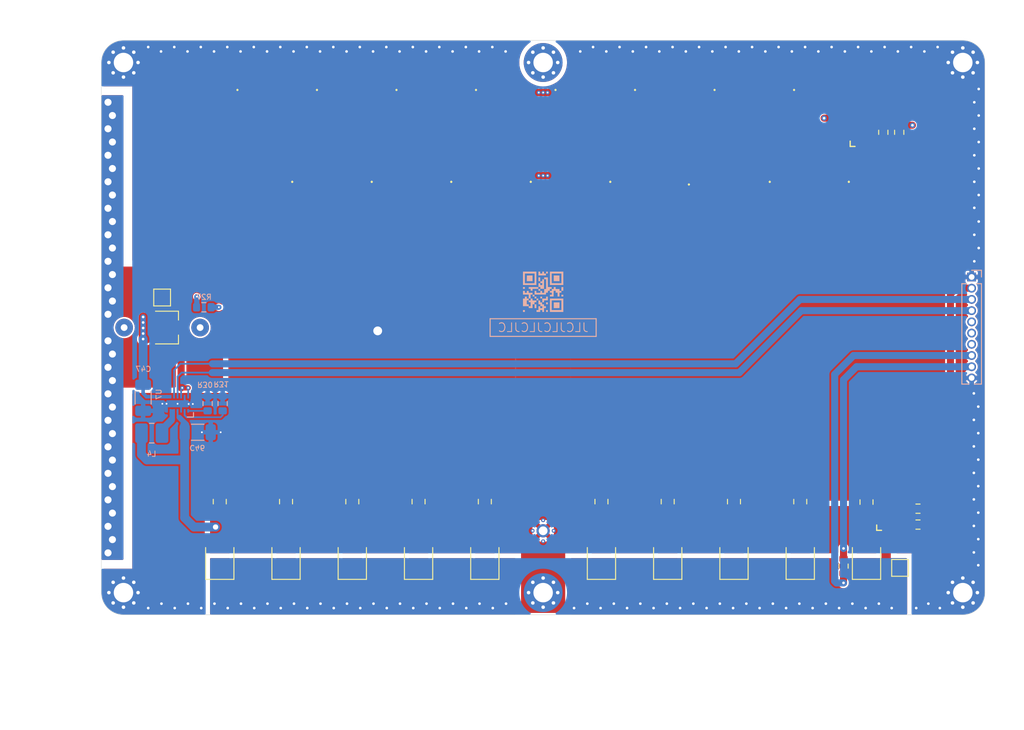
<source format=kicad_pcb>
(kicad_pcb (version 20210722) (generator pcbnew)
  (layers (0 "F.Cu" signal) (1 "In1.Cu" signal) (2 "In2.Cu" signal) (31 "B.Cu" signal) (34 "B.Paste" user) (35 "F.Paste" user) (36 "B.SilkS" user "B.Silkscreen") (37 "F.SilkS" user "F.Silkscreen") (38 "B.Mask" user) (39 "F.Mask" user) (44 "Edge.Cuts" user))
  (net 0 "")
  (net 1 "GND")
  (net 2 "+3V3")
  (net 3 "LS_SYS")
  (net 4 "Net-(C47-Pad2)")
  (net 5 "LS_WS_LDAT")
  (net 6 "WS_GNDBUS")
  (net 7 "Net-(D3-Pad1)")
  (net 8 "Net-(D4-Pad1)")
  (net 9 "Net-(D5-Pad1)")
  (net 10 "Net-(D6-Pad1)")
  (net 11 "Net-(D7-Pad1)")
  (net 12 "Net-(D8-Pad1)")
  (net 13 "Net-(D10-Pad3)")
  (net 14 "Net-(D10-Pad1)")
  (net 15 "Net-(D11-Pad1)")
  (net 16 "Net-(D12-Pad1)")
  (net 17 "Net-(D13-Pad1)")
  (net 18 "Net-(D14-Pad1)")
  (net 19 "Net-(D15-Pad1)")
  (net 20 "Net-(D16-Pad1)")
  (net 21 "Net-(D17-Pad1)")
  (net 22 "Net-(D35-Pad1)")
  (net 23 "LS_JS_LED_NTC")
  (net 24 "LS_XP_LED_NTC")
  (net 25 "LS_WS_POWER")
  (net 26 "LS_TORCH_EN")
  (net 27 "LS_FLASH_EN")
  (net 28 "LS_LED_PWM")
  (net 29 "Net-(L4-Pad2)")
  (net 30 "Net-(Q3-Pad3)")
  (net 31 "Net-(Q4-Pad3)")
  (net 32 "Net-(R30-Pad2)")
  (net 33 "Net-(R31-Pad2)")
  (net 34 "LS_PWM_PWR")
  (net 35 "PAD")
  (footprint "Resistor_SMD:R_0603_1608Metric" (layer "F.Cu") (at 243.7 37.2 -90)
    (fp_text reference "R25" hide)
    (fp_text value "1MΩ")
  )
  (footprint "lt_foots:LED_SK6812MINI" (layer "F.Cu") (at 200.7 39.7 180)
    (fp_text reference "D14" hide)
    (fp_text value "SK6812MINI")
  )
  (footprint "LED_SMD:LED_PLCC_2835" (layer "F.Cu") (at 241.8 85.6 90)
    (fp_text reference "D20" hide)
    (fp_text value "LED")
  )
  (footprint "lt_foots:LED_SK6812MINI" (layer "F.Cu") (at 236.7 39.7 180)
    (fp_text reference "D18" hide)
    (fp_text value "SK6812MINI")
  )
  (footprint "MountingHole:MountingHole_2.2mm_M2_Pad_Via" (layer "F.Cu") (at 252.7 29.3)
    (fp_text reference "H18" hide)
    (fp_text value "MountingHole_Pad")
  )
  (footprint "Capacitor_SMD:C_0805_2012Metric" (layer "F.Cu") (at 219.3 79 90)
    (fp_text reference "C31" hide)
    (fp_text value "10µF")
  )
  (footprint "LED_SMD:LED_PLCC_2835" (layer "F.Cu") (at 168.6 85.6 90)
    (fp_text reference "D27" hide)
    (fp_text value "LED")
  )
  (footprint "LED_SMD:LED_PLCC_2835" (layer "F.Cu") (at 211.8 85.6 90)
    (fp_text reference "D25" hide)
    (fp_text value "LED")
  )
  (footprint "Resistor_SMD:R_0603_1608Metric" (layer "F.Cu") (at 247.625 81.6 180)
    (fp_text reference "R28" hide)
    (fp_text value "1kΩ")
  )
  (footprint "lt_foots:LED_SK6812MINI" (layer "F.Cu") (at 182.7 34.7)
    (fp_text reference "D9" hide)
    (fp_text value "SK6812MINI")
  )
  (footprint "Resistor_SMD:R_0603_1608Metric" (layer "F.Cu") (at 247.625 79.8 180)
    (fp_text reference "R29" hide)
    (fp_text value "1MΩ")
  )
  (footprint "lt_foots:plated_hole_1mm" (layer "F.Cu") (at 205.2 82.3)
    (fp_text reference "H7" hide)
    (fp_text value "thole1" hide)
  )
  (footprint "Resistor_SMD:R_0603_1608Metric" (layer "F.Cu") (at 239.2 86.3 -90)
    (fp_text reference "R26" hide)
    (fp_text value "NTC 10 kΩ")
  )
  (footprint "lt_foots:LED_SK6812MINI" (layer "F.Cu") (at 209.7 34.7)
    (fp_text reference "D6" hide)
    (fp_text value "SK6812MINI")
  )
  (footprint "LED_SMD:LED_PLCC_2835" (layer "F.Cu") (at 234.3 85.6 90)
    (fp_text reference "D24" hide)
    (fp_text value "LED")
  )
  (footprint "MountingHole:MountingHole_2.2mm_M2_Pad_Via" (layer "F.Cu") (at 205.2 89.3)
    (fp_text reference "H16" hide)
    (fp_text value "MountingHole_Pad")
  )
  (footprint "LED_SMD:LED_PLCC_2835" (layer "F.Cu") (at 191.1 85.6 90)
    (fp_text reference "D26" hide)
    (fp_text value "LED")
  )
  (footprint "lt_foots:LOGO_CATLIGHT_TIGER" (layer "F.Cu") (at 221.55 59.625 180)
    (fp_text reference "G***" hide)
    (fp_text value "LOGO" hide)
  )
  (footprint "lt_foots:LED_SK6812MINI" (layer "F.Cu") (at 227.7 34.7)
    (fp_text reference "D4" hide)
    (fp_text value "SK6812MINI")
  )
  (footprint "Capacitor_SMD:C_0805_2012Metric" (layer "F.Cu") (at 226.8 79 90)
    (fp_text reference "C39" hide)
    (fp_text value "10µF")
  )
  (footprint "Capacitor_SMD:C_0805_2012Metric" (layer "F.Cu") (at 168.6 79 90)
    (fp_text reference "C36" hide)
    (fp_text value "10µF")
  )
  (footprint "lt_foots:LED_SK6812MINI" (layer "F.Cu") (at 173.7 39.7 180)
    (fp_text reference "D11" hide)
    (fp_text value "SK6812MINI")
  )
  (footprint "LED_SMD:LED_PLCC_2835" (layer "F.Cu") (at 226.8 85.6 90)
    (fp_text reference "D21" hide)
    (fp_text value "LED")
  )
  (footprint "Capacitor_SMD:C_0805_2012Metric" (layer "F.Cu") (at 183.6 79 90)
    (fp_text reference "C34" hide)
    (fp_text value "10µF")
  )
  (footprint "TestPoint:TestPoint_Pad_1.5x1.5mm" (layer "F.Cu") (at 162.075 55.9 180)
    (fp_text reference "TP10" hide)
    (fp_text value "TestPoint")
  )
  (footprint "TestPoint:TestPoint_Pad_1.5x1.5mm" (layer "F.Cu") (at 245.6 86.5)
    (fp_text reference "TP9" hide)
    (fp_text value "TestPoint")
  )
  (footprint "Capacitor_SMD:C_0805_2012Metric" (layer "F.Cu") (at 176.1 79 90)
    (fp_text reference "C38" hide)
    (fp_text value "10µF")
  )
  (footprint "lt_foots:U-DFN2020-6 (Type F)" (layer "F.Cu") (at 244.4 80.7)
    (fp_text reference "Q4" hide)
    (fp_text value "DMN2022-UFDF7")
  )
  (footprint "lt_foots:plated_hole_1mm" (layer "F.Cu") (at 186.475 59.675)
    (fp_text reference "H14" hide)
    (fp_text value "thole8" hide)
  )
  (footprint "lt_foots:LENS_LEDIL_C12491_siri_diff" (layer "F.Cu") (at 162.075 59.3 90)
    (fp_text reference "lense1" hide)
    (fp_text value "Lense_Mount")
  )
  (footprint "lt_foots:LED_SK6812MINI" (layer "F.Cu") (at 209.7 39.7 180)
    (fp_text reference "D15" hide)
    (fp_text value "SK6812MINI")
  )
  (footprint "Capacitor_SMD:C_0805_2012Metric" (layer "F.Cu") (at 198.6 79 90)
    (fp_text reference "C30" hide)
    (fp_text value "10µF")
  )
  (footprint "LED_SMD:LED_PLCC_2835" (layer "F.Cu") (at 219.3 85.6 90)
    (fp_text reference "D28" hide)
    (fp_text value "LED")
  )
  (footprint "LED_SMD:LED_PLCC_2835" (layer "F.Cu") (at 176.1 85.6 90)
    (fp_text reference "D22" hide)
    (fp_text value "LED")
  )
  (footprint "MountingHole:MountingHole_2.2mm_M2_Pad_Via" (layer "F.Cu") (at 252.7 89.3)
    (fp_text reference "H19" hide)
    (fp_text value "MountingHole_Pad")
  )
  (footprint "LED_SMD:LED_Cree-XHP35" (layer "F.Cu") (at 162.075 59.3 180)
    (fp_text reference "D35" hide)
    (fp_text value "LED_Cree_XPP")
  )
  (footprint "Capacitor_SMD:C_0805_2012Metric" (layer "F.Cu") (at 234.3 79 90)
    (fp_text reference "C37" hide)
    (fp_text value "10µF")
  )
  (footprint "lt_foots:LED_SK6812MINI" (layer "F.Cu") (at 182.7 39.7 180)
    (fp_text reference "D12" hide)
    (fp_text value "SK6812MINI")
  )
  (footprint "lt_foots:LED_SK6812MINI" (layer "F.Cu") (at 191.7 34.7)
    (fp_text reference "D8" hide)
    (fp_text value "SK6812MINI")
  )
  (footprint "LED_SMD:LED_PLCC_2835" (layer "F.Cu") (at 183.6 85.6 90)
    (fp_text reference "D19" hide)
    (fp_text value "LED")
  )
  (footprint "lt_foots:LED_SK6812MINI" (layer "F.Cu") (at 218.7 34.7)
    (fp_text reference "D5" hide)
    (fp_text value "SK6812MINI")
  )
  (footprint "Capacitor_SMD:C_0805_2012Metric" (layer "F.Cu") (at 211.8 79 90)
    (fp_text reference "C32" hide)
    (fp_text value "10µF")
  )
  (footprint "lt_foots:logo_catlightMK2_small" (layer "F.Cu") (at 164.384502 39.955405 90)
    (fp_text reference "logo10" hide)
    (fp_text value "logo_CATLIGHT" hide)
  )
  (footprint "lt_foots:LED_SK6812MINI" (layer "F.Cu") (at 236.7 34.7)
    (fp_text reference "D3" hide)
    (fp_text value "SK6812MINI")
  )
  (footprint "Resistor_SMD:R_0603_1608Metric" (layer "F.Cu") (at 245.5 37.2 90)
    (fp_text reference "R24" hide)
    (fp_text value "1kΩ")
  )
  (footprint "Capacitor_SMD:C_0805_2012Metric" (layer "F.Cu") (at 191.1 79 90)
    (fp_text reference "C33" hide)
    (fp_text value "10µF")
  )
  (footprint "lt_foots:logo_lightwarn_large" (layer "F.Cu") (at 183.475 59.3 90)
    (fp_text reference "logo9" hide)
    (fp_text value "logo_LWarn" hide)
  )
  (footprint "lt_foots:LED_SK6812MINI" (layer "F.Cu") (at 191.7 39.7 180)
    (fp_text reference "D13" hide)
    (fp_text value "SK6812MINI")
  )
  (footprint "lt_foots:U-DFN2020-6 (Type F)" (layer "F.Cu") (at 241.4 37.25)
    (fp_text reference "Q3" hide)
    (fp_text value "DMN2022-UFDF7")
  )
  (footprint "Capacitor_SMD:C_0805_2012Metric" (layer "F.Cu") (at 241.8 79.05 90)
    (fp_text reference "C35" hide)
    (fp_text value "10µF")
  )
  (footprint "lt_foots:LED_SK6812MINI" (layer "F.Cu") (at 218.7 39.7 180)
    (fp_text reference "D16" hide)
    (fp_text value "SK6812MINI")
  )
  (footprint "lt_foots:LED_SK6812MINI" (layer "F.Cu") (at 200.7 34.7)
    (fp_text reference "D7" hide)
    (fp_text value "SK6812MINI")
  )
  (footprint "MountingHole:MountingHole_2.2mm_M2_Pad_Via" (layer "F.Cu") (at 157.7 89.3)
    (fp_text reference "H20" hide)
    (fp_text value "MountingHole_Pad")
  )
  (footprint "lt_foots:LED_SK6812MINI" (layer "F.Cu") (at 173.7 34.7)
    (fp_text reference "D10" hide)
    (fp_text value "SK6812MINI")
  )
  (footprint "MountingHole:MountingHole_2.2mm_M2_Pad_Via" (layer "F.Cu") (at 157.7 29.3)
    (fp_text reference "H17" hide)
    (fp_text value "MountingHole_Pad")
  )
  (footprint "LED_SMD:LED_PLCC_2835" (layer "F.Cu") (at 198.6 85.6 90)
    (fp_text reference "D23" hide)
    (fp_text value "LED")
  )
  (footprint "MountingHole:MountingHole_2.2mm_M2_Pad_Via" (layer "F.Cu") (at 205.2 29.3)
    (fp_text reference "H15" hide)
    (fp_text value "MountingHole_Pad")
  )
  (footprint "lt_foots:LED_SK6812MINI" (layer "F.Cu") (at 227.75 39.7 180)
    (fp_text reference "D17" hide)
    (fp_text value "SK6812MINI")
  )
  (footprint "Capacitor_SMD:C_1206_3216Metric" (layer "B.Cu") (at 159.925 67.25 90)
    (fp_text reference "C47" hide)
    (fp_text value "10µF")
  )
  (footprint "Resistor_SMD:R_0603_1608Metric" (layer "B.Cu") (at 166.8 57 180)
    (fp_text reference "R27" hide)
    (fp_text value "NTC 10 kΩ")
  )
  (footprint "lt_foots:JLC-SERIAL" (layer "B.Cu") (at 205.2 59.3 180)
    (fp_text reference "logo5" hide)
    (fp_text value "logo_JLC")
  )
  (footprint "lt_foots:DFN-14-2x3mm" (layer "B.Cu") (at 163.825 67.925 180)
    (fp_text reference "U7" hide)
    (fp_text value "LDRV_DIO5180")
  )
  (footprint "lt_foots:logo_lisa_wonla_1" (layer "B.Cu") (at 181.5 42.4 90)
    (fp_text reference "G***" hide)
    (fp_text value "LOGO" hide)
  )
  (footprint "lt_foots:logo_QR_url_git_catlight" (layer "B.Cu") (at 205.2 73.275 180)
    (fp_text reference "logo1" hide)
    (fp_text value "logo_qrtag" hide)
  )
  (footprint "Connector_PinHeader_1.27mm:PinHeader_1x10_P1.27mm_Vertical" (layer "B.Cu") (at 253.7 53.575 180)
    (fp_text reference "J4" hide)
    (fp_text value "B2B_ledside")
  )
  (footprint "Resistor_SMD:R_0603_1608Metric" (layer "B.Cu") (at 168.925 67.9 -90)
    (fp_text reference "R31" hide)
    (fp_text value "12kΩ")
  )
  (footprint "Resistor_SMD:R_0603_1608Metric" (layer "B.Cu") (at 167.225 67.9 -90)
    (fp_text reference "R30" hide)
    (fp_text value "37.5kΩ")
  )
  (footprint "Inductor_SMD:L_1008_2520Metric_Pad1.43x2.20mm_HandSolder" (layer "B.Cu") (at 160.9 71.25)
    (fp_text reference "L4" hide)
    (fp_text value "1µH")
  )
  (footprint "Capacitor_SMD:C_1206_3216Metric" (layer "B.Cu") (at 166.1 71.15 180)
    (fp_text reference "C46" hide)
    (fp_text value "22µF")
  )
  (footprint "lt_foots:logo_JLC_QR_silk" (layer "B.Cu") (at 205.2 55.25 180)
    (fp_text reference "G***" hide)
    (fp_text value "LOGO" hide)
  )
  (footprint "lt_foots:LOGO_cc-by-nc-sa" (layer "B.Cu") (at 250 43 -90)
    (fp_text reference "G***" hide)
    (fp_text value "LOGO" hide)
  )
  (gr_line (start 155.2 29.3) (end 155.2 89.3) (layer "Edge.Cuts") (width 0.05))
  (gr_line (start 157.7 91.8) (end 252.7 91.8) (layer "Edge.Cuts") (width 0.05))
  (gr_line (start 255.2 89.3) (end 255.2 29.3) (layer "Edge.Cuts") (width 0.05))
  (gr_arc (start 157.7 29.3) (end 157.7 26.8) (angle -90) (layer "Edge.Cuts") (width 0.05))
  (gr_line (start 252.7 26.8) (end 157.7 26.8) (layer "Edge.Cuts") (width 0.05))
  (gr_arc (start 252.7 89.3) (end 252.7 91.8) (angle -90) (layer "Edge.Cuts") (width 0.05))
  (gr_arc (start 157.7 89.3) (end 155.2 89.3) (angle -90) (layer "Edge.Cuts") (width 0.05))
  (gr_arc (start 252.7 29.3) (end 255.2 29.3) (angle -90) (layer "Edge.Cuts") (width 0.05))
  (segment (start 242.051504 37.199888) (end 247.149888 37.199888) (width 0.2) (layer "F.Cu") (net 1))
  (segment (start 247.15 37.2) (end 253.6 37.2) (width 0.2) (layer "F.Cu") (net 1))
  (segment (start 243.7 36.375) (end 243.7 37.15) (width 0.2) (layer "F.Cu") (net 1))
  (segment (start 253.6 37.2) (end 254 36.8) (width 0.2) (layer "F.Cu") (net 1))
  (segment (start 247.149888 37.199888) (end 247.15 37.2) (width 0.2) (layer "F.Cu") (net 1))
  (via (at 175.45 27.55) (size 0.6) (drill 0.3) (layers "F.Cu" "B.Cu") (net 1))
  (via (at 254.45 68.25) (size 0.6) (drill 0.3) (layers "F.Cu" "B.Cu") (net 1))
  (via (at 254 48.8) (size 0.6) (drill 0.3) (layers "F.Cu" "B.Cu") (net 1))
  (via (at 254.5 50.3) (size 0.6) (drill 0.3) (layers "F.Cu" "B.Cu") (net 1))
  (via (at 162 90.55) (size 0.6) (drill 0.3) (layers "F.Cu" "B.Cu") (net 1))
  (via (at 209.4 28.05) (size 0.6) (drill 0.3) (layers "F.Cu" "B.Cu") (net 1))
  (via (at 253.95 75.75) (size 0.6) (drill 0.3) (layers "F.Cu" "B.Cu") (net 1))
  (via (at 253.95 84.75) (size 0.6) (drill 0.3) (layers "F.Cu" "B.Cu") (net 1))
  (via (at 243.85 27.55) (size 0.6) (drill 0.3) (layers "F.Cu" "B.Cu") (net 1))
  (via (at 227.35 28.05) (size 0.6) (drill 0.3) (layers "F.Cu" "B.Cu") (net 1))
  (via (at 236.35 28.05) (size 0.6) (drill 0.3) (layers "F.Cu" "B.Cu") (net 1))
  (via (at 253.95 78.75) (size 0.6) (drill 0.3) (layers "F.Cu" "B.Cu") (net 1))
  (via (at 242.35 28.05) (size 0.6) (drill 0.3) (layers "F.Cu" "B.Cu") (net 1))
  (via (at 170.95 28.05) (size 0.6) (drill 0.3) (layers "F.Cu" "B.Cu") (net 1))
  (via (at 225.85 27.55) (size 0.6) (drill 0.3) (layers "F.Cu" "B.Cu") (net 1))
  (via (at 167.95 28.05) (size 0.6) (drill 0.3) (layers "F.Cu" "B.Cu") (net 1))
  (via (at 162.575 67.925) (size 0.45) (drill 0.2) (layers "F.Cu" "B.Cu") (net 1))
  (via (at 164.95 28.05) (size 0.6) (drill 0.3) (layers "F.Cu" "B.Cu") (net 1))
  (via (at 254.5 35.3) (size 0.6) (drill 0.3) (layers "F.Cu" "B.Cu") (net 1))
  (via (at 197.95 28.05) (size 0.6) (drill 0.3) (layers "F.Cu" "B.Cu") (net 1))
  (via (at 230.35 28.05) (size 0.6) (drill 0.3) (layers "F.Cu" "B.Cu") (net 1))
  (via (at 228.85 27.55) (size 0.6) (drill 0.3) (layers "F.Cu" "B.Cu") (net 1))
  (via (at 253.95 69.75) (size 0.6) (drill 0.3) (layers "F.Cu" "B.Cu") (net 1))
  (via (at 188.95 28.05) (size 0.6) (drill 0.3) (layers "F.Cu" "B.Cu") (net 1))
  (via (at 187.45 27.55) (size 0.6) (drill 0.3) (layers "F.Cu" "B.Cu") (net 1))
  (via (at 254.5 38.3) (size 0.6) (drill 0.3) (layers "F.Cu" "B.Cu") (net 1))
  (via (at 254.5 41.3) (size 0.6) (drill 0.3) (layers "F.Cu" "B.Cu") (net 1))
  (via (at 163.45 27.55) (size 0.6) (drill 0.3) (layers "F.Cu" "B.Cu") (net 1))
  (via (at 190.45 27.55) (size 0.6) (drill 0.3) (layers "F.Cu" "B.Cu") (net 1))
  (via (at 245.35 28.05) (size 0.6) (drill 0.3) (layers "F.Cu" "B.Cu") (net 1))
  (via (at 196.45 27.55) (size 0.6) (drill 0.3) (layers "F.Cu" "B.Cu") (net 1))
  (via (at 254 45.75) (size 0.6) (drill 0.3) (layers "F.Cu" "B.Cu") (net 1))
  (via (at 163.5 91.05) (size 0.6) (drill 0.3) (layers "F.Cu" "B.Cu") (net 1))
  (via (at 168.7 71.15) (size 0.45) (drill 0.2) (layers "F.Cu" "B.Cu") (net 1))
  (via (at 254 33.8) (size 0.6) (drill 0.3) (layers "F.Cu" "B.Cu") (net 1))
  (via (at 254.45 86.2) (size 0.6) (drill 0.3) (layers "F.Cu" "B.Cu") (net 1))
  (via (at 200.95 28.05) (size 0.6) (drill 0.3) (layers "F.Cu" "B.Cu") (net 1))
  (via (at 212.35 28.05) (size 0.6) (drill 0.3) (layers "F.Cu" "B.Cu") (net 1))
  (via (at 213.85 27.55) (size 0.6) (drill 0.3) (layers "F.Cu" "B.Cu") (net 1))
  (via (at 160.5 27.55) (size 0.6) (drill 0.3) (layers "F.Cu" "B.Cu") (net 1))
  (via (at 234.85 27.55) (size 0.6) (drill 0.3) (layers "F.Cu" "B.Cu") (net 1))
  (via (at 166.45 27.55) (size 0.6) (drill 0.3) (layers "F.Cu" "B.Cu") (net 1))
  (via (at 253.95 72.75) (size 0.6) (drill 0.3) (layers "F.Cu" "B.Cu") (net 1))
  (via (at 181.45 27.55) (size 0.6) (drill 0.3) (layers "F.Cu" "B.Cu") (net 1))
  (via (at 248.35 28.05) (size 0.6) (drill 0.3) (layers "F.Cu" "B.Cu") (net 1))
  (via (at 254 51.8) (size 0.6) (drill 0.3) (layers "F.Cu" "B.Cu") (net 1))
  (via (at 166.575 71.15) (size 0.45) (drill 0.2) (layers "F.Cu" "B.Cu") (net 1))
  (via (at 254.5 44.3) (size 0.6) (drill 0.3) (layers "F.Cu" "B.Cu") (net 1))
  (via (at 254.45 77.25) (size 0.6) (drill 0.3) (layers "F.Cu" "B.Cu") (net 1))
  (via (at 162.1 67.925) (size 0.45) (drill 0.2) (layers "F.Cu" "B.Cu") (net 1))
  (via (at 224.35 28.05) (size 0.6) (drill 0.3) (layers "F.Cu" "B.Cu") (net 1))
  (via (at 215.35 28.05) (size 0.6) (drill 0.3) (layers "F.Cu" "B.Cu") (net 1))
  (via (at 254.45 80.25) (size 0.6) (drill 0.3) (layers "F.Cu" "B.Cu") (net 1))
  (via (at 231.85 27.55) (size 0.6) (drill 0.3) (layers "F.Cu" "B.Cu") (net 1))
  (via (at 254 36.8) (size 0.6) (drill 0.3) (layers "F.Cu" "B.Cu") (net 1))
  (via (at 199.45 27.55) (size 0.6) (drill 0.3) (layers "F.Cu" "B.Cu") (net 1))
  (via (at 250.1 91.05) (size 0.6) (drill 0.3) (layers "F.Cu" "B.Cu") (net 1))
  (via (at 246.85 27.55) (size 0.6) (drill 0.3) (layers "F.Cu" "B.Cu") (net 1))
  (via (at 254.5 47.3) (size 0.6) (drill 0.3) (layers "F.Cu" "B.Cu") (net 1))
  (via (at 182.95 28.05) (size 0.6) (drill 0.3) (layers "F.Cu" "B.Cu") (net 1))
  (via (at 178.45 27.55) (size 0.6) (drill 0.3) (layers "F.Cu" "B.Cu") (net 1))
  (via (at 169.45 27.55) (size 0.6) (drill 0.3) (layers "F.Cu" "B.Cu") (net 1))
  (via (at 254 42.8) (size 0.6) (drill 0.3) (layers "F.Cu" "B.Cu") (net 1))
  (via (at 172.45 27.55) (size 0.6) (drill 0.3) (layers "F.Cu" "B.Cu") (net 1))
  (via (at 233.35 28.05) (size 0.6) (drill 0.3) (layers "F.Cu" "B.Cu") (net 1))
  (via (at 165.55 67.95) (size 0.45) (drill 0.2) (layers "F.Cu" "B.Cu") (net 1))
  (via (at 179.95 28.05) (size 0.6) (drill 0.3) (layers "F.Cu" "B.Cu") (net 1))
  (via (at 194.95 28.05) (size 0.6) (drill 0.3) (layers "F.Cu" "B.Cu") (net 1))
  (via (at 254.45 83.25) (size 0.6) (drill 0.3) (layers "F.Cu" "B.Cu") (net 1))
  (via (at 176.95 28.05) (size 0.6) (drill 0.3) (layers "F.Cu" "B.Cu") (net 1))
  (via (at 240.85 27.55) (size 0.6) (drill 0.3) (layers "F.Cu" "B.Cu") (net 1))
  (via (at 165.075 67.95) (size 0.45) (drill 0.2) (layers "F.Cu" "B.Cu") (net 1))
  (via (at 254.45 71.25) (size 0.6) (drill 0.3) (layers "F.Cu" "B.Cu") (net 1))
  (via (at 248.8 90.55) (size 0.6) (drill 0.3) (layers "F.Cu" "B.Cu") (net 1))
  (via (at 210.85 27.55) (size 0.6) (drill 0.3) (layers "F.Cu" "B.Cu") (net 1))
  (via (at 254.5 32.3) (size 0.6) (drill 0.3) (layers "F.Cu" "B.Cu") (net 1))
  (via (at 219.85 27.55) (size 0.6) (drill 0.3) (layers "F.Cu" "B.Cu") (net 1))
  (via (at 239.35 28.05) (size 0.6) (drill 0.3) (layers "F.Cu" "B.Cu") (net 1))
  (via (at 173.95 28.05) (size 0.6) (drill 0.3) (layers "F.Cu" "B.Cu") (net 1))
  (via (at 249.85 27.55) (size 0.6) (drill 0.3) (layers "F.Cu" "B.Cu") (net 1))
  (via (at 237.85 27.55) (size 0.6) (drill 0.3) (layers "F.Cu" "B.Cu") (net 1))
  (via (at 218.35 28.05) (size 0.6) (drill 0.3) (layers "F.Cu" "B.Cu") (net 1))
  (via (at 216.85 27.55) (size 0.6) (drill 0.3) (layers "F.Cu" "B.Cu") (net 1))
  (via (at 166.5 91.05) (size 0.6) (drill 0.3) (layers "F.Cu" "B.Cu") (net 1))
  (via (at 254.45 74.25) (size 0.6) (drill 0.3) (layers "F.Cu" "B.Cu") (net 1))
  (via (at 184.45 27.55) (size 0.6) (drill 0.3) (layers "F.Cu" "B.Cu") (net 1))
  (via (at 253.95 81.75) (size 0.6) (drill 0.3) (layers "F.Cu" "B.Cu") (net 1))
  (via (at 221.35 28.05) (size 0.6) (drill 0.3) (layers "F.Cu" "B.Cu") (net 1))
  (via (at 160.5 91.05) (size 0.6) (drill 0.3) (layers "F.Cu" "B.Cu") (net 1))
  (via (at 253.95 66.75) (size 0.6) (drill 0.3) (layers "F.Cu" "B.Cu") (net 1))
  (via (at 222.85 27.55) (size 0.6) (drill 0.3) (layers "F.Cu" "B.Cu") (net 1))
  (via (at 254 39.8) (size 0.6) (drill 0.3) (layers "F.Cu" "B.Cu") (net 1))
  (via (at 191.95 28.05) (size 0.6) (drill 0.3) (layers "F.Cu" "B.Cu") (net 1))
  (via (at 247.425 91.05) (size 0.6) (drill 0.3) (layers "F.Cu" "B.Cu") (net 1))
  (via (at 185.95 28.05) (size 0.6) (drill 0.3) (layers "F.Cu" "B.Cu") (net 1))
  (via (at 163.825 67.925) (size 0.45) (drill 0.2) (layers "F.Cu" "B.Cu") (net 1))
  (via (at 165 90.55) (size 0.6) (drill 0.3) (layers "F.Cu" "B.Cu") (net 1))
  (via (at 161.95 28.05) (size 0.6) (drill 0.3) (layers "F.Cu" "B.Cu") (net 1))
  (via (at 193.45 27.55) (size 0.6) (drill 0.3) (layers "F.Cu" "B.Cu") (net 1))
  (segment (start 162.525 68.725) (end 162.525 68.225978) (width 0.4) (layer "B.Cu") (net 1))
  (segment (start 164.625 67.5) (end 164.625 67.125) (width 0.2) (layer "B.Cu") (net 1))
  (segment (start 164.225 68.725) (end 164.225 68.325) (width 0.2) (layer "B.Cu") (net 1))
  (segment (start 165.075 67.95) (end 164.625 67.5) (width 0.2) (layer "B.Cu") (net 1))
  (segment (start 239.2 84.3) (end 239.2 85.475) (width 0.8) (layer "F.Cu") (net 2))
  (via (at 239.2 84.3) (size 0.6) (drill 0.3) (layers "F.Cu" "B.Cu") (net 2))
  (via (at 168.5 57) (size 0.45) (drill 0.2) (layers "F.Cu" "B.Cu") (net 2))
  (segment (start 239.2 65.2) (end 239.2 84.3) (width 0.8) (layer "B.Cu") (net 2))
  (segment (start 168.5 57) (end 167.625 57) (width 0.6) (layer "B.Cu") (net 2))
  (segment (start 253.7 63.735) (end 240.665 63.735) (width 0.8) (layer "B.Cu") (net 2))
  (segment (start 240.665 63.735) (end 239.2 65.2) (width 0.8) (layer "B.Cu") (net 2))
  (segment (start 234.95 41.55) (end 234.95 40.575) (width 0.8) (layer "F.Cu") (net 3))
  (segment (start 171.95 41.9) (end 172.15 42.1) (width 0.8) (layer "F.Cu") (net 3))
  (segment (start 238.2 32.7) (end 205.7 32.7) (width 0.8) (layer "F.Cu") (net 3))
  (segment (start 205.2 32.7) (end 204.7 32.7) (width 0.8) (layer "F.Cu") (net 3))
  (segment (start 198.95 40.575) (end 198.95 41.9) (width 0.8) (layer "F.Cu") (net 3))
  (segment (start 234.4 42.1) (end 234.95 41.55) (width 0.8) (layer "F.Cu") (net 3))
  (segment (start 204.7 32.7) (end 175.65 32.7) (width 0.8) (layer "F.Cu") (net 3))
  (segment (start 202.45 33.825) (end 202.45 32.8) (width 0.8) (layer "F.Cu") (net 3))
  (segment (start 226 40.575) (end 226 41.9) (width 0.8) (layer "F.Cu") (net 3))
  (segment (start 205.2 42.1) (end 205.7 42.1) (width 0.8) (layer "F.Cu") (net 3))
  (segment (start 205.7 32.7) (end 205.2 32.7) (width 0.8) (layer "F.Cu") (net 3))
  (segment (start 189.95 40.575) (end 189.95 41.9) (width 0.8) (layer "F.Cu") (net 3))
  (segment (start 184.45 33.825) (end 184.45 32.8) (width 0.8) (layer "F.Cu") (net 3))
  (segment (start 175.65 32.7) (end 175.45 32.9) (width 0.8) (layer "F.Cu") (net 3))
  (segment (start 211.45 33.825) (end 211.45 32.8) (width 0.8) (layer "F.Cu") (net 3))
  (segment (start 205.7 42.1) (end 234.4 42.1) (width 0.8) (layer "F.Cu") (net 3))
  (segment (start 238.45 33.825) (end 238.45 32.95) (width 0.8) (layer "F.Cu") (net 3))
  (segment (start 172.15 42.1) (end 204.7 42.1) (width 0.8) (layer "F.Cu") (net 3))
  (segment (start 238.45 32.95) (end 238.2 32.7) (width 0.8) (layer "F.Cu") (net 3))
  (segment (start 229.45 33.825) (end 229.45 32.9) (width 0.8) (layer "F.Cu") (net 3))
  (segment (start 171.95 40.575) (end 171.95 41.9) (width 0.8) (layer "F.Cu") (net 3))
  (segment (start 204.7 42.1) (end 205.2 42.1) (width 0.8) (layer "F.Cu") (net 3))
  (segment (start 175.45 33.825) (end 175.45 32.9) (width 0.8) (layer "F.Cu") (net 3))
  (segment (start 216.95 40.575) (end 216.95 42) (width 0.8) (layer "F.Cu") (net 3))
  (segment (start 193.45 33.825) (end 193.45 32.9) (width 0.8) (layer "F.Cu") (net 3))
  (segment (start 207.95 40.575) (end 207.95 41.9) (width 0.8) (layer "F.Cu") (net 3))
  (segment (start 180.95 40.575) (end 180.95 41.9) (width 0.8) (layer "F.Cu") (net 3))
  (segment (start 220.45 33.825) (end 220.45 32.8) (width 0.8) (layer "F.Cu") (net 3))
  (via (at 205.7 32.7) (size 0.45) (drill 0.2) (layers "F.Cu" "B.Cu") (net 3))
  (via (at 205.2 32.7) (size 0.45) (drill 0.2) (layers "F.Cu" "B.Cu") (net 3))
  (via (at 205.7 42.1) (size 0.45) (drill 0.2) (layers "F.Cu" "B.Cu") (net 3))
  (via (at 204 82.3) (size 0.45) (drill 0.2) (layers "F.Cu" "B.Cu") (net 3))
  (via (at 205.2 83.5) (size 0.45) (drill 0.2) (layers "F.Cu" "B.Cu") (net 3))
  (via (at 204.7 42.1) (size 0.45) (drill 0.2) (layers "F.Cu" "B.Cu") (net 3))
  (via (at 205.2 81.1) (size 0.45) (drill 0.2) (layers "F.Cu" "B.Cu") (net 3))
  (via (at 168.125 81.875) (size 1) (drill 0.6) (layers "F.Cu" "B.Cu") (net 3))
  (via (at 206.4 82.3) (size 0.45) (drill 0.2) (layers "F.Cu" "B.Cu") (net 3))
  (via (at 205.2 42.1) (size 0.45) (drill 0.2) (layers "F.Cu" "B.Cu") (net 3))
  (via (at 204.7 32.7) (size 0.45) (drill 0.2) (layers "F.Cu" "B.Cu") (net 3))
  (segment (start 164.625 70.35) (end 164.625 71.15) (width 1) (layer "B.Cu") (net 3))
  (segment (start 165.675 81.875) (end 168.125 81.875) (width 1) (layer "B.Cu") (net 3))
  (segment (start 159.7375 73.6625) (end 160.35 74.275) (width 1) (layer "B.Cu") (net 3))
  (segment (start 159.7375 71.25) (end 159.7375 73.6625) (width 1) (layer "B.Cu") (net 3))
  (segment (start 160.35 74.275) (end 164.35 74.275) (width 1) (layer "B.Cu") (net 3))
  (segment (start 164.625 80.825) (end 165.675 81.875) (width 1) (layer "B.Cu") (net 3))
  (segment (start 164.025 69.475) (end 164.825 70.275) (width 0.6) (layer "B.Cu") (net 3))
  (segment (start 163.825 68.725) (end 163.825 69.5) (width 0.2) (layer "B.Cu") (net 3))
  (segment (start 164.625 71.15) (end 164.625 80.825) (width 1) (layer "B.Cu") (net 3))
  (segment (start 159.925 58.1) (end 159.925 60.6) (width 1) (layer "F.Cu") (net 4))
  (segment (start 160.3 58.1) (end 160.3 60.6) (width 1) (layer "F.Cu") (net 4))
  (via (at 159.925 59.35) (size 0.6) (drill 0.3) (layers "F.Cu" "B.Cu") (net 4))
  (via (at 159.925 60.6) (size 0.6) (drill 0.3) (layers "F.Cu" "B.Cu") (net 4))
  (via (at 159.925 58.725) (size 0.6) (drill 0.3) (layers "F.Cu" "B.Cu") (net 4))
  (via (at 159.925 59.975) (size 0.6) (drill 0.3) (layers "F.Cu" "B.Cu") (net 4))
  (via (at 159.925 58.1) (size 0.6) (drill 0.3) (layers "F.Cu" "B.Cu") (net 4))
  (segment (start 159.925 58.1125) (end 159.925 63.2875) (width 0.6) (layer "B.Cu") (net 4))
  (segment (start 159.925 60.6) (end 159.925 65.775) (width 1) (layer "B.Cu") (net 4))
  (segment (start 160.3 67.125) (end 159.925 66.75) (width 0.4) (layer "B.Cu") (net 4))
  (segment (start 162.925 67.125) (end 160.3 67.125) (width 0.4) (layer "B.Cu") (net 4))
  (segment (start 159.925 66.75) (end 159.925 65.775) (width 0.4) (layer "B.Cu") (net 4))
  (segment (start 237 35.6) (end 238.425 35.6) (width 0.8) (layer "F.Cu") (net 5))
  (segment (start 238.425 35.6) (end 238.45 35.575) (width 0.8) (layer "F.Cu") (net 5))
  (via (at 237 35.6) (size 0.6) (drill 0.3) (layers "F.Cu" "B.Cu") (net 5))
  (segment (start 207.95 35.575) (end 207.95 37) (width 0.8) (layer "F.Cu") (net 6))
  (segment (start 234.95 35.575) (end 234.95 37) (width 0.8) (layer "F.Cu") (net 6))
  (segment (start 193.45 37.35) (end 193.299888 37.199888) (width 0.8) (layer "F.Cu") (net 6))
  (segment (start 180.95 35.575) (end 180.95 37.149776) (width 0.8) (layer "F.Cu") (net 6))
  (segment (start 216.95 35.575) (end 216.95 37) (width 0.8) (layer "F.Cu") (net 6))
  (segment (start 199.000112 37.199888) (end 193.299888 37.199888) (width 0.8) (layer "F.Cu") (net 6))
  (segment (start 189.95 35.575) (end 189.95 37) (width 0.8) (layer "F.Cu") (net 6))
  (segment (start 240.701504 36.249888) (end 240.701504 36.849888) (width 0.2) (layer "F.Cu") (net 6))
  (segment (start 241 37.199888) (end 199.000112 37.199888) (width 0.8) (layer "F.Cu") (net 6))
  (segment (start 184.399888 37.199888) (end 181.000112 37.199888) (width 0.8) (layer "F.Cu") (net 6))
  (segment (start 184.45 38.825) (end 184.45 37.25) (width 0.8) (layer "F.Cu") (net 6))
  (segment (start 198.95 37.149776) (end 199.000112 37.199888) (width 0.8) (layer "F.Cu") (net 6))
  (segment (start 189.95 37) (end 190.149888 37.199888) (width 0.8) (layer "F.Cu") (net 6))
  (segment (start 193.299888 37.199888) (end 190.149888 37.199888) (width 0.8) (layer "F.Cu") (net 6))
  (segment (start 229.5 38.825) (end 229.5 37.35) (width 0.8) (layer "F.Cu") (net 6))
  (segment (start 241.351504 36.249888) (end 240.701504 36.249888) (width 0.2) (layer "F.Cu") (net 6))
  (segment (start 225.95 35.575) (end 225.95 37.05) (width 0.8) (layer "F.Cu") (net 6))
  (segment (start 202.45 38.825) (end 202.45 37.35) (width 0.8) (layer "F.Cu") (net 6))
  (segment (start 240.701504 38.149888) (end 240.701504 37.549888) (width 0.2) (layer "F.Cu") (net 6))
  (segment (start 175.650112 37.199888) (end 172.199888 37.199888) (width 0.8) (layer "F.Cu") (net 6))
  (segment (start 241.351504 38.149888) (end 240.701504 38.149888) (width 0.2) (layer "F.Cu") (net 6))
  (segment (start 240.701504 36.849888) (end 241.051504 37.199888) (width 0.2) (layer "F.Cu") (net 6))
  (segment (start 220.45 38.825) (end 220.45 37.35) (width 0.8) (layer "F.Cu") (net 6))
  (segment (start 172.199888 37.199888) (end 171.95 36.95) (width 0.8) (layer "F.Cu") (net 6))
  (segment (start 238.45 38.825) (end 238.45 37.3) (width 0.8) (layer "F.Cu") (net 6))
  (segment (start 175.45 37.4) (end 175.650112 37.199888) (width 0.8) (layer "F.Cu") (net 6))
  (segment (start 193.45 38.825) (end 193.45 37.35) (width 0.8) (layer "F.Cu") (net 6))
  (segment (start 175.45 38.825) (end 175.45 37.4) (width 0.8) (layer "F.Cu") (net 6))
  (segment (start 171.95 36.95) (end 171.95 35.575) (width 0.8) (layer "F.Cu") (net 6))
  (segment (start 180.95 37.149776) (end 181.000112 37.199888) (width 0.8) (layer "F.Cu") (net 6))
  (segment (start 240.701504 37.549888) (end 241.051504 37.199888) (width 0.2) (layer "F.Cu") (net 6))
  (segment (start 241.351504 36.249888) (end 241.351504 38.149888) (width 0.2) (layer "F.Cu") (net 6))
  (segment (start 190.149888 37.199888) (end 184.399888 37.199888) (width 0.8) (layer "F.Cu") (net 6))
  (segment (start 181.000112 37.199888) (end 175.650112 37.199888) (width 0.8) (layer "F.Cu") (net 6))
  (segment (start 184.45 37.25) (end 184.399888 37.199888) (width 0.8) (layer "F.Cu") (net 6))
  (segment (start 211.45 38.825) (end 211.45 37.4) (width 0.8) (layer "F.Cu") (net 6))
  (segment (start 198.95 35.575) (end 198.95 37.149776) (width 0.8) (layer "F.Cu") (net 6))
  (segment (start 232.975 33.8) (end 234.95 33.8) (width 0.8) (layer "F.Cu") (net 7))
  (segment (start 231.225 35.55) (end 232.975 33.8) (width 0.8) (layer "F.Cu") (net 7))
  (segment (start 229.45 35.55) (end 231.225 35.55) (width 0.8) (layer "F.Cu") (net 7))
  (segment (start 223.975 33.8) (end 225.95 33.8) (width 0.8) (layer "F.Cu") (net 8))
  (segment (start 222.225 35.55) (end 223.975 33.8) (width 0.8) (layer "F.Cu") (net 8))
  (segment (start 220.45 35.55) (end 222.225 35.55) (width 0.8) (layer "F.Cu") (net 8))
  (segment (start 213.225 35.55) (end 214.975 33.8) (width 0.8) (layer "F.Cu") (net 9))
  (segment (start 214.975 33.8) (end 216.95 33.8) (width 0.8) (layer "F.Cu") (net 9))
  (segment (start 211.45 35.55) (end 213.225 35.55) (width 0.8) (layer "F.Cu") (net 9))
  (segment (start 204.225 35.55) (end 205.975 33.8) (width 0.8) (layer "F.Cu") (net 10))
  (segment (start 202.45 35.55) (end 204.225 35.55) (width 0.8) (layer "F.Cu") (net 10))
  (segment (start 205.975 33.8) (end 207.95 33.8) (width 0.8) (layer "F.Cu") (net 10))
  (segment (start 196.975 33.8) (end 198.95 33.8) (width 0.8) (layer "F.Cu") (net 11))
  (segment (start 195.225 35.55) (end 196.975 33.8) (width 0.8) (layer "F.Cu") (net 11))
  (segment (start 193.45 35.55) (end 195.225 35.55) (width 0.8) (layer "F.Cu") (net 11))
  (segment (start 184.35 35.55) (end 186.125 35.55) (width 0.8) (layer "F.Cu") (net 12))
  (segment (start 186.125 35.55) (end 187.875 33.8) (width 0.8) (layer "F.Cu") (net 12))
  (segment (start 187.875 33.8) (end 189.85 33.8) (width 0.8) (layer "F.Cu") (net 12))
  (segment (start 178.975 33.825) (end 180.95 33.825) (width 0.8) (layer "F.Cu") (net 13))
  (segment (start 177.225 35.575) (end 178.975 33.825) (width 0.8) (layer "F.Cu") (net 13))
  (segment (start 175.45 35.575) (end 177.225 35.575) (width 0.8) (layer "F.Cu") (net 13))
  (segment (start 170.39952 38.4) (end 170.82452 38.825) (width 0.8) (layer "F.Cu") (net 14))
  (segment (start 170.39952 34.25048) (end 170.39952 38.4) (width 0.8) (layer "F.Cu") (net 14))
  (segment (start 170.825 33.825) (end 170.39952 34.25048) (width 0.8) (layer "F.Cu") (net 14))
  (segment (start 171.95 33.825) (end 170.825 33.825) (width 0.8) (layer "F.Cu") (net 14))
  (segment (start 170.82452 38.825) (end 171.95 38.825) (width 0.8) (layer "F.Cu") (net 14))
  (segment (start 177.4 40.55) (end 179.15 38.8) (width 0.8) (layer "F.Cu") (net 15))
  (segment (start 175.625 40.55) (end 177.4 40.55) (width 0.8) (layer "F.Cu") (net 15))
  (segment (start 179.15 38.8) (end 181.125 38.8) (width 0.8) (layer "F.Cu") (net 15))
  (segment (start 187.975 38.8) (end 189.95 38.8) (width 0.8) (layer "F.Cu") (net 16))
  (segment (start 186.225 40.55) (end 187.975 38.8) (width 0.8) (layer "F.Cu") (net 16))
  (segment (start 184.45 40.55) (end 186.225 40.55) (width 0.8) (layer "F.Cu") (net 16))
  (segment (start 196.975 38.8) (end 198.95 38.8) (width 0.8) (layer "F.Cu") (net 17))
  (segment (start 195.225 40.55) (end 196.975 38.8) (width 0.8) (layer "F.Cu") (net 17))
  (segment (start 193.45 40.55) (end 195.225 40.55) (width 0.8) (layer "F.Cu") (net 17))
  (segment (start 204.175 40.55) (end 205.925 38.8) (width 0.8) (layer "F.Cu") (net 18))
  (segment (start 202.4 40.55) (end 204.175 40.55) (width 0.8) (layer "F.Cu") (net 18))
  (segment (start 205.925 38.8) (end 207.9 38.8) (width 0.8) (layer "F.Cu") (net 18))
  (segment (start 213.175 40.55) (end 214.925 38.8) (width 0.8) (layer "F.Cu") (net 19))
  (segment (start 214.925 38.8) (end 216.9 38.8) (width 0.8) (layer "F.Cu") (net 19))
  (segment (start 211.4 40.55) (end 213.175 40.55) (width 0.8) (layer "F.Cu") (net 19))
  (segment (start 224.025 38.8) (end 226 38.8) (width 0.8) (layer "F.Cu") (net 20))
  (segment (start 222.275 40.55) (end 224.025 38.8) (width 0.8) (layer "F.Cu") (net 20))
  (segment (start 220.5 40.55) (end 222.275 40.55) (width 0.8) (layer "F.Cu") (net 20))
  (segment (start 229.45 40.55) (end 231.225 40.55) (width 0.8) (layer "F.Cu") (net 21))
  (segment (start 232.975 38.8) (end 234.95 38.8) (width 0.8) (layer "F.Cu") (net 21))
  (segment (start 231.225 40.55) (end 232.975 38.8) (width 0.8) (layer "F.Cu") (net 21))
  (segment (start 163.725 58.075) (end 163.725 60.575) (width 1) (layer "F.Cu") (net 22))
  (segment (start 164.225 66.125) (end 165.025 66.125) (width 0.6) (layer "F.Cu") (net 22))
  (segment (start 164.025 58.075) (end 164.025 60.575) (width 1) (layer "F.Cu") (net 22))
  (segment (start 164.225 66.125) (end 164.225 58.1) (width 0.8) (layer "F.Cu") (net 22))
  (via (at 165.025 66.125) (size 0.45) (drill 0.2) (layers "F.Cu" "B.Cu") (net 22))
  (via (at 164.35 66.125) (size 0.45) (drill 0.2) (layers "F.Cu" "B.Cu") (net 22))
  (segment (start 165.025 67.125) (end 165.025 66.125) (width 0.2) (layer "B.Cu") (net 22))
  (segment (start 164.225 67.125) (end 164.225 66.125) (width 0.2) (layer "B.Cu") (net 22))
  (segment (start 239.2 87.125) (end 239.2 88.2) (width 0.8) (layer "F.Cu") (net 23))
  (via (at 239.2 88.2) (size 0.6) (drill 0.3) (layers "F.Cu" "B.Cu") (net 23))
  (segment (start 238.2 64.6) (end 240.335 62.465) (width 0.8) (layer "B.Cu") (net 23))
  (segment (start 239.2 88.2) (end 238.4 88.2) (width 0.8) (layer "B.Cu") (net 23))
  (segment (start 238.2 88) (end 238.2 64.6) (width 0.8) (layer "B.Cu") (net 23))
  (segment (start 238.4 88.2) (end 238.2 88) (width 0.8) (layer "B.Cu") (net 23))
  (segment (start 240.335 62.465) (end 253.7 62.465) (width 0.8) (layer "B.Cu") (net 23))
  (via (at 166 55.8) (size 0.45) (drill 0.2) (layers "F.Cu" "B.Cu") (net 24))
  (segment (start 166 56.975) (end 165.975 57) (width 0.6) (layer "B.Cu") (net 24))
  (segment (start 166 55.8) (end 166 56.975) (width 0.6) (layer "B.Cu") (net 24))
  (segment (start 245.525 36.4) (end 245.5 36.375) (width 0.8) (layer "F.Cu") (net 25))
  (segment (start 247 36.4) (end 245.525 36.4) (width 0.8) (layer "F.Cu") (net 25))
  (via (at 247 36.4) (size 0.6) (drill 0.3) (layers "F.Cu" "B.Cu") (net 25))
  (segment (start 163.825 64.85) (end 164.275 64.4) (width 0.2) (layer "B.Cu") (net 26))
  (segment (start 167.75 64.4) (end 227.4 64.4) (width 0.8) (layer "B.Cu") (net 26))
  (segment (start 163.825 67.125) (end 163.825 64.85) (width 0.2) (layer "B.Cu") (net 26))
  (segment (start 227.4 64.4) (end 234.415 57.385) (width 0.8) (layer "B.Cu") (net 26))
  (segment (start 234.415 57.385) (end 253.7 57.385) (width 0.8) (layer "B.Cu") (net 26))
  (segment (start 164.275 64.4) (end 167.75 64.4) (width 0.2) (layer "B.Cu") (net 26))
  (segment (start 167.775 63.4) (end 226.986466 63.4) (width 0.8) (layer "B.Cu") (net 27))
  (segment (start 163.425 64.125) (end 163.425 67.125) (width 0.2) (layer "B.Cu") (net 27))
  (segment (start 167.775 63.4) (end 164.15 63.4) (width 0.2) (layer "B.Cu") (net 27))
  (segment (start 234.271466 56.115) (end 253.7 56.115) (width 0.8) (layer "B.Cu") (net 27))
  (segment (start 164.15 63.4) (end 163.425 64.125) (width 0.2) (layer "B.Cu") (net 27))
  (segment (start 226.986466 63.4) (end 234.271466 56.115) (width 0.8) (layer "B.Cu") (net 27))
  (segment (start 251.3 55.5) (end 251.3 80.9) (width 0.8) (layer "F.Cu") (net 28))
  (segment (start 251.955 54.845) (end 251.3 55.5) (width 0.8) (layer "F.Cu") (net 28))
  (segment (start 250.6 81.6) (end 248.45 81.6) (width 0.8) (layer "F.Cu") (net 28))
  (segment (start 253.7 54.845) (end 251.955 54.845) (width 0.8) (layer "F.Cu") (net 28))
  (segment (start 251.3 80.9) (end 250.6 81.6) (width 0.8) (layer "F.Cu") (net 28))
  (segment (start 162.05 70.575) (end 162.05 71.2375) (width 0.2) (layer "B.Cu") (net 29))
  (segment (start 163.225 68.85) (end 163.225 69.6875) (width 0.6) (layer "B.Cu") (net 29))
  (segment (start 163.1125 69.7875) (end 162.1375 70.7625) (width 0.8) (layer "B.Cu") (net 29))
  (segment (start 162.05 71.2375) (end 162.0625 71.25) (width 0.2) (layer "B.Cu") (net 29))
  (segment (start 243.575112 38.149888) (end 243.7 38.025) (width 0.2) (layer "F.Cu") (net 30))
  (segment (start 242.001504 38.149888) (end 243.575112 38.149888) (width 0.4) (layer "F.Cu") (net 30))
  (segment (start 243.7 38.025) (end 245.5 38.025) (width 0.4) (layer "F.Cu") (net 30))
  (segment (start 246.8 81.6) (end 246.8 79.8) (width 0.4) (layer "F.Cu") (net 31))
  (segment (start 245.063196 81.6) (end 246.736804 81.6) (width 0.4) (layer "F.Cu") (net 31))
  (segment (start 165.025 68.725) (end 167.225 68.725) (width 0.2) (layer "B.Cu") (net 32))
  (segment (start 168.925 69.225) (end 168.925 68.725) (width 0.2) (layer "B.Cu") (net 33))
  (segment (start 168.7 69.45) (end 168.925 69.225) (width 0.2) (layer "B.Cu") (net 33))
  (segment (start 164.625 68.725) (end 164.625 69.225) (width 0.2) (layer "B.Cu") (net 33))
  (segment (start 164.85 69.45) (end 168.7 69.45) (width 0.2) (layer "B.Cu") (net 33))
  (segment (start 164.625 69.225) (end 164.85 69.45) (width 0.2) (layer "B.Cu") (net 33))
  (via (at 225.2 90.55) (size 0.6) (drill 0.3) (layers "F.Cu" "B.Cu") (net 34))
  (via (at 201 90.55) (size 0.6) (drill 0.3) (layers "F.Cu" "B.Cu") (net 34))
  (via (at 238.7 91.05) (size 0.6) (drill 0.3) (layers "F.Cu" "B.Cu") (net 34))
  (via (at 234.2 90.55) (size 0.6) (drill 0.3) (layers "F.Cu" "B.Cu") (net 34))
  (via (at 196.5 91.05) (size 0.6) (drill 0.3) (layers "F.Cu" "B.Cu") (net 34))
  (via (at 177 90.55) (size 0.6) (drill 0.3) (layers "F.Cu" "B.Cu") (net 34))
  (via (at 192 90.55) (size 0.6) (drill 0.3) (layers "F.Cu" "B.Cu") (net 34))
  (via (at 214.7 91.05) (size 0.6) (drill 0.3) (layers "F.Cu" "B.Cu") (net 34))
  (via (at 211.7 91.05) (size 0.6) (drill 0.3) (layers "F.Cu" "B.Cu") (net 34))
  (via (at 228.2 90.55) (size 0.6) (drill 0.3) (layers "F.Cu" "B.Cu") (net 34))
  (via (at 223.7 91.05) (size 0.6) (drill 0.3) (layers "F.Cu" "B.Cu") (net 34))
  (via (at 208.7 91.05) (size 0.6) (drill 0.3) (layers "F.Cu" "B.Cu") (net 34))
  (via (at 231.2 90.55) (size 0.6) (drill 0.3) (layers "F.Cu" "B.Cu") (net 34))
  (via (at 183 90.55) (size 0.6) (drill 0.3) (layers "F.Cu" "B.Cu") (net 34))
  (via (at 181.5 91.05) (size 0.6) (drill 0.3) (layers "F.Cu" "B.Cu") (net 34))
  (via (at 174 90.55) (size 0.6) (drill 0.3) (layers "F.Cu" "B.Cu") (net 34))
  (via (at 222.2 90.55) (size 0.6) (drill 0.3) (layers "F.Cu" "B.Cu") (net 34))
  (via (at 235.7 91.05) (size 0.6) (drill 0.3) (layers "F.Cu" "B.Cu") (net 34))
  (via (at 190.5 91.05) (size 0.6) (drill 0.3) (layers "F.Cu" "B.Cu") (net 34))
  (via (at 189 90.55) (size 0.6) (drill 0.3) (layers "F.Cu" "B.Cu") (net 34))
  (via (at 195 90.55) (size 0.6) (drill 0.3) (layers "F.Cu" "B.Cu") (net 34))
  (via (at 232.7 91.05) (size 0.6) (drill 0.3) (layers "F.Cu" "B.Cu") (net 34))
  (via (at 169.5 91.05) (size 0.6) (drill 0.3) (layers "F.Cu" "B.Cu") (net 34))
  (via (at 237.2 90.55) (size 0.6) (drill 0.3) (layers "F.Cu" "B.Cu") (net 34))
  (via (at 180 90.55) (size 0.6) (drill 0.3) (layers "F.Cu" "B.Cu") (net 34))
  (via (at 199.5 91.05) (size 0.6) (drill 0.3) (layers "F.Cu" "B.Cu") (net 34))
  (via (at 172.5 91.05) (size 0.6) (drill 0.3) (layers "F.Cu" "B.Cu") (net 34))
  (via (at 210.2 90.55) (size 0.6) (drill 0.3) (layers "F.Cu" "B.Cu") (net 34))
  (via (at 241.7 91.05) (size 0.6) (drill 0.3) (layers "F.Cu" "B.Cu") (net 34))
  (via (at 217.7 91.05) (size 0.6) (drill 0.3) (layers "F.Cu" "B.Cu") (net 34))
  (via (at 193.5 91.05) (size 0.6) (drill 0.3) (layers "F.Cu" "B.Cu") (net 34))
  (via (at 229.7 91.05) (size 0.6) (drill 0.3) (layers "F.Cu" "B.Cu") (net 34))
  (via (at 187.5 91.05) (size 0.6) (drill 0.3) (layers "F.Cu" "B.Cu") (net 34))
  (via (at 168 90.55) (size 0.6) (drill 0.3) (layers "F.Cu" "B.Cu") (net 34))
  (via (at 175.5 91.05) (size 0.6) (drill 0.3) (layers "F.Cu" "B.Cu") (net 34))
  (via (at 198 90.55) (size 0.6) (drill 0.3) (layers "F.Cu" "B.Cu") (net 34))
  (via (at 243.2 90.55) (size 0.6) (drill 0.3) (layers "F.Cu" "B.Cu") (net 34))
  (via (at 244.65 91.05) (size 0.6) (drill 0.3) (layers "F.Cu" "B.Cu") (net 34))
  (via (at 216.2 90.55) (size 0.6) (drill 0.3) (layers "F.Cu" "B.Cu") (net 34))
  (via (at 213.2 90.55) (size 0.6) (drill 0.3) (layers "F.Cu" "B.Cu") (net 34))
  (via (at 240.2 90.55) (size 0.6) (drill 0.3) (layers "F.Cu" "B.Cu") (net 34))
  (via (at 219.2 90.55) (size 0.6) (drill 0.3) (layers "F.Cu" "B.Cu") (net 34))
  (via (at 184.5 91.05) (size 0.6) (drill 0.3) (layers "F.Cu" "B.Cu") (net 34))
  (via (at 171 90.55) (size 0.6) (drill 0.3) (layers "F.Cu" "B.Cu") (net 34))
  (via (at 186 90.55) (size 0.6) (drill 0.3) (layers "F.Cu" "B.Cu") (net 34))
  (via (at 178.5 91.05) (size 0.6) (drill 0.3) (layers "F.Cu" "B.Cu") (net 34))
  (via (at 220.7 91.05) (size 0.6) (drill 0.3) (layers "F.Cu" "B.Cu") (net 34))
  (via (at 226.7 91.05) (size 0.6) (drill 0.3) (layers "F.Cu" "B.Cu") (net 34))
  (via (at 156.45 68.3) (size 1) (drill 0.8) (layers "F.Cu" "B.Cu") (net 35))
  (via (at 155.95 48.8) (size 1) (drill 0.8) (layers "F.Cu" "B.Cu") (net 35))
  (via (at 156.45 77.3) (size 1) (drill 0.8) (layers "F.Cu" "B.Cu") (net 35))
  (via (at 156.45 62.3) (size 1) (drill 0.8) (layers "F.Cu" "B.Cu") (net 35))
  (via (at 155.95 42.8) (size 1) (drill 0.8) (layers "F.Cu" "B.Cu") (net 35))
  (via (at 155.95 66.8) (size 1) (drill 0.8) (layers "F.Cu" "B.Cu") (net 35))
  (via (at 155.95 51.8) (size 1) (drill 0.8) (layers "F.Cu" "B.Cu") (net 35))
  (via (at 156.45 83.3) (size 1) (drill 0.8) (layers "F.Cu" "B.Cu") (net 35))
  (via (at 155.95 39.8) (size 1) (drill 0.8) (layers "F.Cu" "B.Cu") (net 35))
  (via (at 156.45 80.3) (size 1) (drill 0.8) (layers "F.Cu" "B.Cu") (net 35))
  (via (at 155.95 84.8) (size 1) (drill 0.8) (layers "F.Cu" "B.Cu") (net 35))
  (via (at 156.45 56.3) (size 1) (drill 0.8) (layers "F.Cu" "B.Cu") (net 35))
  (via (at 155.95 33.8) (size 1) (drill 0.8) (layers "F.Cu" "B.Cu") (net 35))
  (via (at 155.95 72.8) (size 1) (drill 0.8) (layers "F.Cu" "B.Cu") (net 35))
  (via (at 156.45 65.3) (size 1) (drill 0.8) (layers "F.Cu" "B.Cu") (net 35))
  (via (at 156.45 50.3) (size 1) (drill 0.8) (layers "F.Cu" "B.Cu") (net 35))
  (via (at 156.45 44.3) (size 1) (drill 0.8) (layers "F.Cu" "B.Cu") (net 35))
  (via (at 156.45 41.3) (size 1) (drill 0.8) (layers "F.Cu" "B.Cu") (net 35))
  (via (at 155.95 75.8) (size 1) (drill 0.8) (layers "F.Cu" "B.Cu") (net 35))
  (via (at 156.45 38.3) (size 1) (drill 0.8) (layers "F.Cu" "B.Cu") (net 35))
  (via (at 155.95 36.8) (size 1) (drill 0.8) (layers "F.Cu" "B.Cu") (net 35))
  (via (at 155.95 60.8) (size 1) (drill 0.8) (layers "F.Cu" "B.Cu") (net 35))
  (via (at 155.95 63.8) (size 1) (drill 0.8) (layers "F.Cu" "B.Cu") (net 35))
  (via (at 155.95 81.8) (size 1) (drill 0.8) (layers "F.Cu" "B.Cu") (net 35))
  (via (at 156.45 53.3) (size 1) (drill 0.8) (layers "F.Cu" "B.Cu") (net 35))
  (via (at 156.45 71.3) (size 1) (drill 0.8) (layers "F.Cu" "B.Cu") (net 35))
  (via (at 155.95 57.8) (size 1) (drill 0.8) (layers "F.Cu" "B.Cu") (net 35))
  (via (at 155.95 54.8) (size 1) (drill 0.8) (layers "F.Cu" "B.Cu") (net 35))
  (via (at 155.95 78.8) (size 1) (drill 0.8) (layers "F.Cu" "B.Cu") (net 35))
  (via (at 155.95 45.8) (size 1) (drill 0.8) (layers "F.Cu" "B.Cu") (net 35))
  (via (at 155.95 69.8) (size 1) (drill 0.8) (layers "F.Cu" "B.Cu") (net 35))
  (via (at 156.45 35.3) (size 1) (drill 0.8) (layers "F.Cu" "B.Cu") (net 35))
  (via (at 156.45 47.3) (size 1) (drill 0.8) (layers "F.Cu" "B.Cu") (net 35))
  (via (at 156.45 74.3) (size 1) (drill 0.8) (layers "F.Cu" "B.Cu") (net 35))
  (zone (net 1) (net_name "GND") (layer "F.Cu") (connect_pads (clearance 0.2)) (min_thickness 0.254) (fill yes (thermal_gap 0.508) (thermal_bridge_width 0.508))
    (polygon (pts (xy 208.3 78.9) (xy 202.1 78.9) (xy 202.1 26.8) (xy 208.3 26.8)))
  )
  (zone (net 3) (net_name "LS_SYS") (layer "F.Cu") (connect_pads (clearance 0.2)) (min_thickness 0.254) (fill yes (thermal_gap 0.508) (thermal_bridge_width 0.508))
    (polygon (pts (xy 242.9 84.85) (xy 207.7 84.85) (xy 207.7 91.8) (xy 202.7 91.8) (xy 202.7 84.85) (xy 167.5 84.85) (xy 167.5 79.5) (xy 242.9 79.5)))
  )
  (zone (net 1) (net_name "GND") (layers "F.Cu" "In1.Cu" "In2.Cu") (connect_pads (clearance 0.2)) (min_thickness 0.254) (fill yes (thermal_gap 0.508) (thermal_bridge_width 0.508))
    (polygon (pts (xy 255.2 91.8) (xy 247 91.8) (xy 247 84.85) (xy 245.15 84.85) (xy 245.15 82.05) (xy 244.8 82.05) (xy 244.8 79.5) (xy 245.15 79.5) (xy 245.15 78.9) (xy 208.3 78.9) (xy 208.3 26.8) (xy 255.2 26.8)))
  )
  (zone (net 1) (net_name "GND") (layers "F.Cu" "In1.Cu" "In2.Cu") (connect_pads (clearance 0.2)) (min_thickness 0.254) (fill yes (thermal_gap 0.508) (thermal_bridge_width 0.508))
    (polygon (pts (xy 202.1 78.9) (xy 166.9 78.9) (xy 166.9 91.8) (xy 155.2 91.8) (xy 155.2 86.6) (xy 158.7 86.6) (xy 158.7 66.7) (xy 169.575 66.7) (xy 169.575 51.8) (xy 158.7 51.8) (xy 158.7 32) (xy 155.2 32) (xy 155.2 26.8) (xy 202.1 26.8)))
  )
  (zone (net 34) (net_name "LS_PWM_PWR") (layer "F.Cu") (connect_pads yes (clearance 0)) (min_thickness 0.254) (fill yes (thermal_gap 0.2) (thermal_bridge_width 0.508))
    (polygon (pts (xy 244.55 85.4) (xy 246.4 85.4) (xy 246.4 91.8) (xy 208.31 91.8) (xy 208.3 85.4) (xy 243.5 85.4) (xy 243.5 79.5) (xy 244.55 79.5)))
  )
  (zone (net 34) (net_name "LS_PWM_PWR") (layers "F.Cu" "In1.Cu" "In2.Cu") (connect_pads (clearance 0)) (min_thickness 0.254) (fill yes (thermal_gap 0.2) (thermal_bridge_width 0.508))
    (polygon (pts (xy 202.1 91.8) (xy 167.5 91.8) (xy 167.5 85.4) (xy 202.1 85.4)))
  )
  (zone (net 35) (net_name "PAD") (layers "F.Cu" "In1.Cu" "In2.Cu") (connect_pads yes (clearance 0)) (min_thickness 0.254) (fill yes (thermal_gap 0.2) (thermal_bridge_width 0.508))
    (polygon (pts (xy 157.7 52.4) (xy 168.975 52.4) (xy 168.975 66.1) (xy 157.7 66.1) (xy 157.7 85.6) (xy 155.2 85.6) (xy 155.2 33) (xy 157.7 33)))
  )
  (zone (net 35) (net_name "PAD") (layer "B.Cu") (connect_pads yes (clearance 0)) (min_thickness 0.254) (fill yes (thermal_gap 0.2) (thermal_bridge_width 0.508))
    (polygon (pts (xy 157.7 85.6) (xy 155.2 85.6) (xy 155.2 33) (xy 157.7 33)))
  )
  (zone (net 1) (net_name "GND") (layer "B.Cu") (connect_pads (clearance 0)) (min_thickness 0.254) (fill yes (thermal_gap 0.2) (thermal_bridge_width 0.508))
    (polygon (pts (xy 255.2 91.8) (xy 246.9 91.8) (xy 246.9 84.85) (xy 167 84.85) (xy 167 91.8) (xy 155.2 91.8) (xy 155.2 86.6) (xy 158.7 86.6) (xy 158.7 32) (xy 155.2 32) (xy 155.2 26.8) (xy 255.2 26.8)))
  )
  (zone (net 34) (net_name "LS_PWM_PWR") (layer "B.Cu") (connect_pads (clearance 0)) (min_thickness 0.254) (fill yes (thermal_gap 0.2) (thermal_bridge_width 0.508))
    (polygon (pts (xy 246.4 91.8) (xy 167.5 91.8) (xy 167.5 85.4) (xy 208.3 85.4) (xy 246.4 85.4)))
  )
)
</source>
